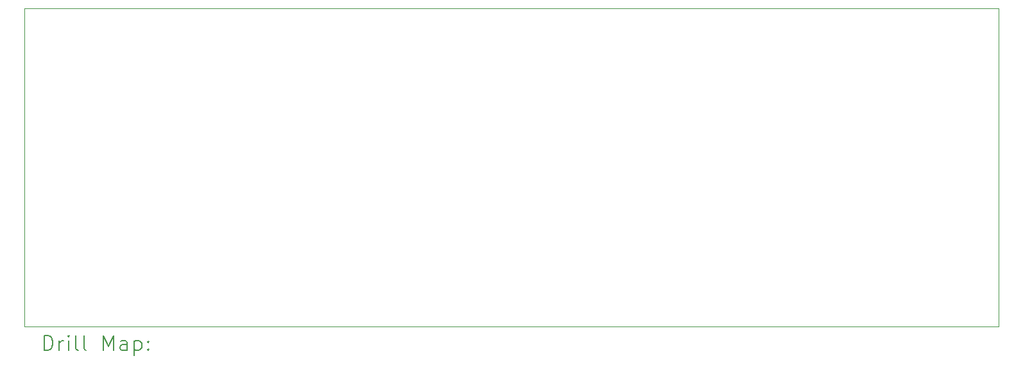
<source format=gbr>
%TF.GenerationSoftware,KiCad,Pcbnew,8.0.7-8.0.7-0~ubuntu22.04.1*%
%TF.CreationDate,2025-03-20T12:44:07-04:00*%
%TF.ProjectId,trigger,74726967-6765-4722-9e6b-696361645f70,rev?*%
%TF.SameCoordinates,Original*%
%TF.FileFunction,Drillmap*%
%TF.FilePolarity,Positive*%
%FSLAX45Y45*%
G04 Gerber Fmt 4.5, Leading zero omitted, Abs format (unit mm)*
G04 Created by KiCad (PCBNEW 8.0.7-8.0.7-0~ubuntu22.04.1) date 2025-03-20 12:44:07*
%MOMM*%
%LPD*%
G01*
G04 APERTURE LIST*
%ADD10C,0.050000*%
%ADD11C,0.200000*%
G04 APERTURE END LIST*
D10*
X7250000Y-7950000D02*
X20100000Y-7950000D01*
X20100000Y-12150000D01*
X7250000Y-12150000D01*
X7250000Y-7950000D01*
D11*
X7508277Y-12463984D02*
X7508277Y-12263984D01*
X7508277Y-12263984D02*
X7555896Y-12263984D01*
X7555896Y-12263984D02*
X7584467Y-12273508D01*
X7584467Y-12273508D02*
X7603515Y-12292555D01*
X7603515Y-12292555D02*
X7613039Y-12311603D01*
X7613039Y-12311603D02*
X7622562Y-12349698D01*
X7622562Y-12349698D02*
X7622562Y-12378269D01*
X7622562Y-12378269D02*
X7613039Y-12416365D01*
X7613039Y-12416365D02*
X7603515Y-12435412D01*
X7603515Y-12435412D02*
X7584467Y-12454460D01*
X7584467Y-12454460D02*
X7555896Y-12463984D01*
X7555896Y-12463984D02*
X7508277Y-12463984D01*
X7708277Y-12463984D02*
X7708277Y-12330650D01*
X7708277Y-12368746D02*
X7717801Y-12349698D01*
X7717801Y-12349698D02*
X7727324Y-12340174D01*
X7727324Y-12340174D02*
X7746372Y-12330650D01*
X7746372Y-12330650D02*
X7765420Y-12330650D01*
X7832086Y-12463984D02*
X7832086Y-12330650D01*
X7832086Y-12263984D02*
X7822562Y-12273508D01*
X7822562Y-12273508D02*
X7832086Y-12283031D01*
X7832086Y-12283031D02*
X7841610Y-12273508D01*
X7841610Y-12273508D02*
X7832086Y-12263984D01*
X7832086Y-12263984D02*
X7832086Y-12283031D01*
X7955896Y-12463984D02*
X7936848Y-12454460D01*
X7936848Y-12454460D02*
X7927324Y-12435412D01*
X7927324Y-12435412D02*
X7927324Y-12263984D01*
X8060658Y-12463984D02*
X8041610Y-12454460D01*
X8041610Y-12454460D02*
X8032086Y-12435412D01*
X8032086Y-12435412D02*
X8032086Y-12263984D01*
X8289229Y-12463984D02*
X8289229Y-12263984D01*
X8289229Y-12263984D02*
X8355896Y-12406841D01*
X8355896Y-12406841D02*
X8422563Y-12263984D01*
X8422563Y-12263984D02*
X8422563Y-12463984D01*
X8603515Y-12463984D02*
X8603515Y-12359222D01*
X8603515Y-12359222D02*
X8593991Y-12340174D01*
X8593991Y-12340174D02*
X8574944Y-12330650D01*
X8574944Y-12330650D02*
X8536848Y-12330650D01*
X8536848Y-12330650D02*
X8517801Y-12340174D01*
X8603515Y-12454460D02*
X8584467Y-12463984D01*
X8584467Y-12463984D02*
X8536848Y-12463984D01*
X8536848Y-12463984D02*
X8517801Y-12454460D01*
X8517801Y-12454460D02*
X8508277Y-12435412D01*
X8508277Y-12435412D02*
X8508277Y-12416365D01*
X8508277Y-12416365D02*
X8517801Y-12397317D01*
X8517801Y-12397317D02*
X8536848Y-12387793D01*
X8536848Y-12387793D02*
X8584467Y-12387793D01*
X8584467Y-12387793D02*
X8603515Y-12378269D01*
X8698753Y-12330650D02*
X8698753Y-12530650D01*
X8698753Y-12340174D02*
X8717801Y-12330650D01*
X8717801Y-12330650D02*
X8755896Y-12330650D01*
X8755896Y-12330650D02*
X8774944Y-12340174D01*
X8774944Y-12340174D02*
X8784467Y-12349698D01*
X8784467Y-12349698D02*
X8793991Y-12368746D01*
X8793991Y-12368746D02*
X8793991Y-12425888D01*
X8793991Y-12425888D02*
X8784467Y-12444936D01*
X8784467Y-12444936D02*
X8774944Y-12454460D01*
X8774944Y-12454460D02*
X8755896Y-12463984D01*
X8755896Y-12463984D02*
X8717801Y-12463984D01*
X8717801Y-12463984D02*
X8698753Y-12454460D01*
X8879705Y-12444936D02*
X8889229Y-12454460D01*
X8889229Y-12454460D02*
X8879705Y-12463984D01*
X8879705Y-12463984D02*
X8870182Y-12454460D01*
X8870182Y-12454460D02*
X8879705Y-12444936D01*
X8879705Y-12444936D02*
X8879705Y-12463984D01*
X8879705Y-12340174D02*
X8889229Y-12349698D01*
X8889229Y-12349698D02*
X8879705Y-12359222D01*
X8879705Y-12359222D02*
X8870182Y-12349698D01*
X8870182Y-12349698D02*
X8879705Y-12340174D01*
X8879705Y-12340174D02*
X8879705Y-12359222D01*
M02*

</source>
